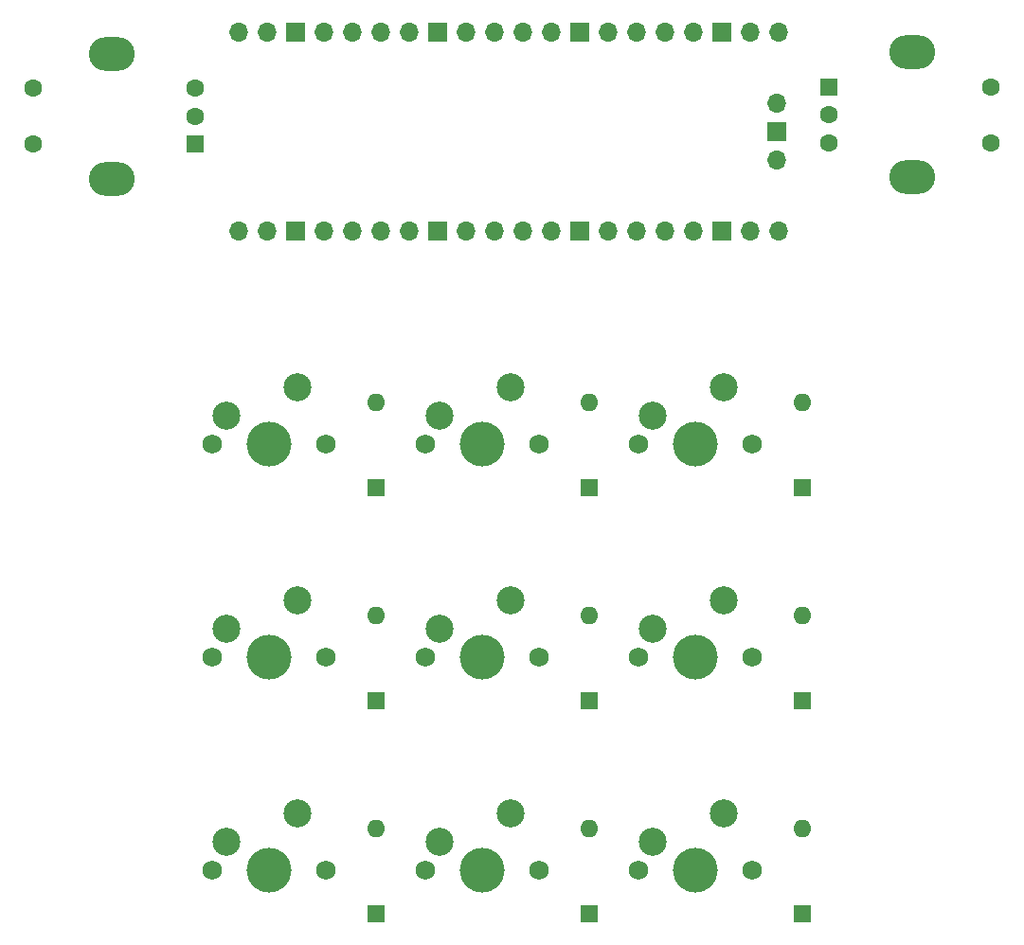
<source format=gbr>
%TF.GenerationSoftware,KiCad,Pcbnew,8.0.5*%
%TF.CreationDate,2024-11-06T13:26:22-05:00*%
%TF.ProjectId,MacroPad,4d616372-6f50-4616-942e-6b696361645f,rev?*%
%TF.SameCoordinates,Original*%
%TF.FileFunction,Soldermask,Bot*%
%TF.FilePolarity,Negative*%
%FSLAX46Y46*%
G04 Gerber Fmt 4.6, Leading zero omitted, Abs format (unit mm)*
G04 Created by KiCad (PCBNEW 8.0.5) date 2024-11-06 13:26:22*
%MOMM*%
%LPD*%
G01*
G04 APERTURE LIST*
G04 Aperture macros list*
%AMRoundRect*
0 Rectangle with rounded corners*
0 $1 Rounding radius*
0 $2 $3 $4 $5 $6 $7 $8 $9 X,Y pos of 4 corners*
0 Add a 4 corners polygon primitive as box body*
4,1,4,$2,$3,$4,$5,$6,$7,$8,$9,$2,$3,0*
0 Add four circle primitives for the rounded corners*
1,1,$1+$1,$2,$3*
1,1,$1+$1,$4,$5*
1,1,$1+$1,$6,$7*
1,1,$1+$1,$8,$9*
0 Add four rect primitives between the rounded corners*
20,1,$1+$1,$2,$3,$4,$5,0*
20,1,$1+$1,$4,$5,$6,$7,0*
20,1,$1+$1,$6,$7,$8,$9,0*
20,1,$1+$1,$8,$9,$2,$3,0*%
G04 Aperture macros list end*
%ADD10C,1.750000*%
%ADD11C,4.000000*%
%ADD12C,2.500000*%
%ADD13RoundRect,0.250000X0.550000X0.550000X-0.550000X0.550000X-0.550000X-0.550000X0.550000X-0.550000X0*%
%ADD14C,1.600000*%
%ADD15O,4.100000X3.000000*%
%ADD16O,1.700000X1.700000*%
%ADD17R,1.700000X1.700000*%
%ADD18RoundRect,0.250000X-0.550000X-0.550000X0.550000X-0.550000X0.550000X0.550000X-0.550000X0.550000X0*%
%ADD19R,1.600000X1.600000*%
%ADD20O,1.600000X1.600000*%
G04 APERTURE END LIST*
D10*
%TO.C,S7*%
X108115000Y-112525000D03*
D11*
X113195000Y-112525000D03*
D10*
X118275000Y-112525000D03*
D12*
X109385000Y-109985000D03*
X115735000Y-107445000D03*
%TD*%
D10*
%TO.C,S1*%
X108115000Y-74425000D03*
D11*
X113195000Y-74425000D03*
D10*
X118275000Y-74425000D03*
D12*
X109385000Y-71885000D03*
X115735000Y-69345000D03*
%TD*%
D10*
%TO.C,S6*%
X146215000Y-93475000D03*
D11*
X151295000Y-93475000D03*
D10*
X156375000Y-93475000D03*
D12*
X147485000Y-90935000D03*
X153835000Y-88395000D03*
%TD*%
D10*
%TO.C,S5*%
X127165000Y-93475000D03*
D11*
X132245000Y-93475000D03*
D10*
X137325000Y-93475000D03*
D12*
X128435000Y-90935000D03*
X134785000Y-88395000D03*
%TD*%
D10*
%TO.C,S2*%
X127165000Y-74425000D03*
D11*
X132245000Y-74425000D03*
D10*
X137325000Y-74425000D03*
D12*
X128435000Y-71885000D03*
X134785000Y-69345000D03*
%TD*%
D13*
%TO.C,SW2*%
X106601250Y-47656250D03*
D14*
X106601250Y-42656250D03*
X106601250Y-45156250D03*
X92101250Y-47656250D03*
X92101250Y-42656250D03*
D15*
X99101250Y-50756250D03*
X99101250Y-39556250D03*
%TD*%
D10*
%TO.C,S9*%
X146215000Y-112525000D03*
D11*
X151295000Y-112525000D03*
D10*
X156375000Y-112525000D03*
D12*
X147485000Y-109985000D03*
X153835000Y-107445000D03*
%TD*%
D10*
%TO.C,S4*%
X108115000Y-93475000D03*
D11*
X113195000Y-93475000D03*
D10*
X118275000Y-93475000D03*
D12*
X109385000Y-90935000D03*
X115735000Y-88395000D03*
%TD*%
D16*
%TO.C,U1*%
X110496250Y-55375000D03*
X113036250Y-55375000D03*
D17*
X115576250Y-55375000D03*
D16*
X118116250Y-55375000D03*
X120656250Y-55375000D03*
X123196250Y-55375000D03*
X125736250Y-55375000D03*
D17*
X128276250Y-55375000D03*
D16*
X130816250Y-55375000D03*
X133356250Y-55375000D03*
X135896250Y-55375000D03*
X138436250Y-55375000D03*
D17*
X140976250Y-55375000D03*
D16*
X143516250Y-55375000D03*
X146056250Y-55375000D03*
X148596250Y-55375000D03*
X151136250Y-55375000D03*
D17*
X153676250Y-55375000D03*
D16*
X156216250Y-55375000D03*
X158756250Y-55375000D03*
X158756250Y-37595000D03*
X156216250Y-37595000D03*
D17*
X153676250Y-37595000D03*
D16*
X151136250Y-37595000D03*
X148596250Y-37595000D03*
X146056250Y-37595000D03*
X143516250Y-37595000D03*
D17*
X140976250Y-37595000D03*
D16*
X138436250Y-37595000D03*
X135896250Y-37595000D03*
X133356250Y-37595000D03*
X130816250Y-37595000D03*
D17*
X128276250Y-37595000D03*
D16*
X125736250Y-37595000D03*
X123196250Y-37595000D03*
X120656250Y-37595000D03*
X118116250Y-37595000D03*
D17*
X115576250Y-37595000D03*
D16*
X113036250Y-37595000D03*
X110496250Y-37595000D03*
X158526250Y-49025000D03*
D17*
X158526250Y-46485000D03*
D16*
X158526250Y-43945000D03*
%TD*%
D10*
%TO.C,S3*%
X146215000Y-74425000D03*
D11*
X151295000Y-74425000D03*
D10*
X156375000Y-74425000D03*
D12*
X147485000Y-71885000D03*
X153835000Y-69345000D03*
%TD*%
D10*
%TO.C,S8*%
X127165000Y-112525000D03*
D11*
X132245000Y-112525000D03*
D10*
X137325000Y-112525000D03*
D12*
X128435000Y-109985000D03*
X134785000Y-107445000D03*
%TD*%
D18*
%TO.C,SW1*%
X163178750Y-42506250D03*
D14*
X163178750Y-47506250D03*
X163178750Y-45006250D03*
X177678750Y-42506250D03*
X177678750Y-47506250D03*
D15*
X170678750Y-39406250D03*
X170678750Y-50606250D03*
%TD*%
D19*
%TO.C,D1*%
X122720000Y-78332500D03*
D20*
X122720000Y-70712500D03*
%TD*%
D19*
%TO.C,D4*%
X122720000Y-97382500D03*
D20*
X122720000Y-89762500D03*
%TD*%
D19*
%TO.C,D3*%
X160820000Y-78332500D03*
D20*
X160820000Y-70712500D03*
%TD*%
D19*
%TO.C,D2*%
X141770000Y-78332500D03*
D20*
X141770000Y-70712500D03*
%TD*%
D19*
%TO.C,D6*%
X160820000Y-97382500D03*
D20*
X160820000Y-89762500D03*
%TD*%
D19*
%TO.C,D9*%
X160820000Y-116432500D03*
D20*
X160820000Y-108812500D03*
%TD*%
D19*
%TO.C,D8*%
X141770000Y-116432500D03*
D20*
X141770000Y-108812500D03*
%TD*%
D19*
%TO.C,D5*%
X141770000Y-97382500D03*
D20*
X141770000Y-89762500D03*
%TD*%
D19*
%TO.C,D7*%
X122720000Y-116432500D03*
D20*
X122720000Y-108812500D03*
%TD*%
M02*

</source>
